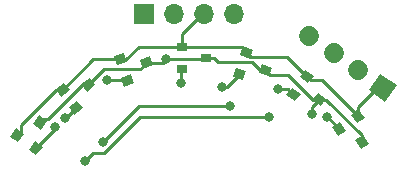
<source format=gbr>
G04 #@! TF.GenerationSoftware,KiCad,Pcbnew,(5.1.5)-3*
G04 #@! TF.CreationDate,2021-01-30T14:55:34-06:00*
G04 #@! TF.ProjectId,HallSensorSMD,48616c6c-5365-46e7-936f-72534d442e6b,rev?*
G04 #@! TF.SameCoordinates,Original*
G04 #@! TF.FileFunction,Copper,L1,Top*
G04 #@! TF.FilePolarity,Positive*
%FSLAX46Y46*%
G04 Gerber Fmt 4.6, Leading zero omitted, Abs format (unit mm)*
G04 Created by KiCad (PCBNEW (5.1.5)-3) date 2021-01-30 14:55:34*
%MOMM*%
%LPD*%
G04 APERTURE LIST*
%ADD10C,1.700000*%
%ADD11C,0.100000*%
%ADD12R,1.700000X1.700000*%
%ADD13O,1.700000X1.700000*%
%ADD14R,0.900000X0.800000*%
%ADD15C,0.800000*%
%ADD16C,0.250000*%
G04 APERTURE END LIST*
D10*
X139758061Y-50129348D02*
X139758061Y-50129348D01*
X141838708Y-51586232D02*
X141838708Y-51586232D01*
X143919354Y-53043116D02*
X143919354Y-53043116D01*
G04 #@! TA.AperFunction,ComponentPad*
D11*
G36*
X145791261Y-53316181D02*
G01*
X147183819Y-54291261D01*
X146208739Y-55683819D01*
X144816181Y-54708739D01*
X145791261Y-53316181D01*
G37*
G04 #@! TD.AperFunction*
D12*
X125818900Y-48250000D03*
D13*
X128358900Y-48250000D03*
X130898900Y-48250000D03*
X133438900Y-48250000D03*
G04 #@! TA.AperFunction,SMDPad,CuDef*
D11*
G36*
X115113280Y-59139903D02*
G01*
X114457959Y-58681042D01*
X114974178Y-57943805D01*
X115629499Y-58402666D01*
X115113280Y-59139903D01*
G37*
G04 #@! TD.AperFunction*
G04 #@! TA.AperFunction,SMDPad,CuDef*
G36*
X116669669Y-60229699D02*
G01*
X116014348Y-59770838D01*
X116530567Y-59033601D01*
X117185888Y-59492462D01*
X116669669Y-60229699D01*
G37*
G04 #@! TD.AperFunction*
G04 #@! TA.AperFunction,SMDPad,CuDef*
G36*
X117038627Y-58046497D02*
G01*
X116383306Y-57587636D01*
X116899525Y-56850399D01*
X117554846Y-57309260D01*
X117038627Y-58046497D01*
G37*
G04 #@! TD.AperFunction*
G04 #@! TA.AperFunction,SMDPad,CuDef*
G36*
X120936351Y-54845690D02*
G01*
X120460492Y-54202605D01*
X121183963Y-53667264D01*
X121659822Y-54310349D01*
X120936351Y-54845690D01*
G37*
G04 #@! TD.AperFunction*
G04 #@! TA.AperFunction,SMDPad,CuDef*
G36*
X119893719Y-56799000D02*
G01*
X119417860Y-56155915D01*
X120141331Y-55620574D01*
X120617190Y-56263659D01*
X119893719Y-56799000D01*
G37*
G04 #@! TD.AperFunction*
G04 #@! TA.AperFunction,SMDPad,CuDef*
G36*
X118763555Y-55271672D02*
G01*
X118287696Y-54628587D01*
X119011167Y-54093246D01*
X119487026Y-54736331D01*
X118763555Y-55271672D01*
G37*
G04 #@! TD.AperFunction*
G04 #@! TA.AperFunction,SMDPad,CuDef*
G36*
X123507908Y-52617293D02*
G01*
X123260695Y-51856448D01*
X124116646Y-51578333D01*
X124363859Y-52339178D01*
X123507908Y-52617293D01*
G37*
G04 #@! TD.AperFunction*
G04 #@! TA.AperFunction,SMDPad,CuDef*
G36*
X124095041Y-54424301D02*
G01*
X123847828Y-53663456D01*
X124703779Y-53385341D01*
X124950992Y-54146186D01*
X124095041Y-54424301D01*
G37*
G04 #@! TD.AperFunction*
G04 #@! TA.AperFunction,SMDPad,CuDef*
G36*
X125703588Y-52902763D02*
G01*
X125456375Y-52141918D01*
X126312326Y-51863803D01*
X126559539Y-52624648D01*
X125703588Y-52902763D01*
G37*
G04 #@! TD.AperFunction*
D14*
X129000000Y-51050000D03*
X129000000Y-52950000D03*
X131000000Y-52000000D03*
G04 #@! TA.AperFunction,SMDPad,CuDef*
D11*
G36*
X135527475Y-53280782D02*
G01*
X135774688Y-52519937D01*
X136630639Y-52798052D01*
X136383426Y-53558897D01*
X135527475Y-53280782D01*
G37*
G04 #@! TD.AperFunction*
G04 #@! TA.AperFunction,SMDPad,CuDef*
G36*
X133331795Y-53566252D02*
G01*
X133579008Y-52805407D01*
X134434959Y-53083522D01*
X134187746Y-53844367D01*
X133331795Y-53566252D01*
G37*
G04 #@! TD.AperFunction*
G04 #@! TA.AperFunction,SMDPad,CuDef*
G36*
X133918928Y-51759244D02*
G01*
X134166141Y-50998399D01*
X135022092Y-51276514D01*
X134774879Y-52037359D01*
X133918928Y-51759244D01*
G37*
G04 #@! TD.AperFunction*
G04 #@! TA.AperFunction,SMDPad,CuDef*
G36*
X140005792Y-55563495D02*
G01*
X140481651Y-54920410D01*
X141205122Y-55455751D01*
X140729263Y-56098836D01*
X140005792Y-55563495D01*
G37*
G04 #@! TD.AperFunction*
G04 #@! TA.AperFunction,SMDPad,CuDef*
G36*
X137832996Y-55137513D02*
G01*
X138308855Y-54494428D01*
X139032326Y-55029769D01*
X138556467Y-55672854D01*
X137832996Y-55137513D01*
G37*
G04 #@! TD.AperFunction*
G04 #@! TA.AperFunction,SMDPad,CuDef*
G36*
X138963160Y-53610185D02*
G01*
X139439019Y-52967100D01*
X140162490Y-53502441D01*
X139686631Y-54145526D01*
X138963160Y-53610185D01*
G37*
G04 #@! TD.AperFunction*
G04 #@! TA.AperFunction,SMDPad,CuDef*
G36*
X143281248Y-56777062D02*
G01*
X143936569Y-56318201D01*
X144452788Y-57055438D01*
X143797467Y-57514299D01*
X143281248Y-56777062D01*
G37*
G04 #@! TD.AperFunction*
G04 #@! TA.AperFunction,SMDPad,CuDef*
G36*
X141724859Y-57866858D02*
G01*
X142380180Y-57407997D01*
X142896399Y-58145234D01*
X142241078Y-58604095D01*
X141724859Y-57866858D01*
G37*
G04 #@! TD.AperFunction*
G04 #@! TA.AperFunction,SMDPad,CuDef*
G36*
X143650206Y-58960264D02*
G01*
X144305527Y-58501403D01*
X144821746Y-59238640D01*
X144166425Y-59697501D01*
X143650206Y-58960264D01*
G37*
G04 #@! TD.AperFunction*
D15*
X127622300Y-52108100D03*
X140004800Y-56730900D03*
X118211600Y-57873900D03*
X119126883Y-57048400D03*
X122605800Y-53886100D03*
X128905000Y-54140100D03*
X132410200Y-54419500D03*
X137121900Y-54597300D03*
X141249400Y-57023000D03*
X133019800Y-56032400D03*
X122281205Y-59141675D03*
X120789700Y-60731400D03*
X136347200Y-57023000D03*
D16*
X140045656Y-55509623D02*
X140605457Y-55509623D01*
X137932572Y-53396539D02*
X140045656Y-55509623D01*
X136436179Y-53396539D02*
X137932572Y-53396539D01*
X136079057Y-53039417D02*
X136436179Y-53396539D01*
X144235976Y-58550104D02*
X144235976Y-59099452D01*
X141195495Y-55509623D02*
X144235976Y-58550104D01*
X140605457Y-55509623D02*
X141195495Y-55509623D01*
X131700000Y-52000000D02*
X131000000Y-52000000D01*
X132062369Y-52362369D02*
X131700000Y-52000000D01*
X135605900Y-53039417D02*
X134928852Y-52362369D01*
X134928852Y-52362369D02*
X132062369Y-52362369D01*
X136079057Y-53039417D02*
X135605900Y-53039417D01*
X121381888Y-53934746D02*
X121060157Y-54256477D01*
X122374331Y-52942303D02*
X121381888Y-53934746D01*
X125448937Y-52942303D02*
X122374331Y-52942303D01*
X126007957Y-52383283D02*
X125448937Y-52942303D01*
X120500356Y-54256477D02*
X121060157Y-54256477D01*
X117631491Y-57125342D02*
X120500356Y-54256477D01*
X117292182Y-57125342D02*
X117631491Y-57125342D01*
X116969076Y-57448448D02*
X117292182Y-57125342D01*
X127347117Y-52383283D02*
X127622300Y-52108100D01*
X126007957Y-52383283D02*
X127347117Y-52383283D01*
X130891900Y-52108100D02*
X131000000Y-52000000D01*
X127622300Y-52108100D02*
X130891900Y-52108100D01*
X140004800Y-56110280D02*
X140605457Y-55509623D01*
X140004800Y-56730900D02*
X140004800Y-56110280D01*
X118211600Y-58020168D02*
X116600118Y-59631650D01*
X118211600Y-57873900D02*
X118211600Y-58020168D01*
X119178912Y-57048400D02*
X119126883Y-57048400D01*
X120017525Y-56209787D02*
X119178912Y-57048400D01*
X124380689Y-53886100D02*
X124399410Y-53904821D01*
X122605800Y-53886100D02*
X124380689Y-53886100D01*
X118327560Y-54682459D02*
X118887361Y-54682459D01*
X115366835Y-57643184D02*
X118327560Y-54682459D01*
X115366835Y-58218748D02*
X115366835Y-57643184D01*
X115043729Y-58541854D02*
X115366835Y-58218748D01*
X121472007Y-52097813D02*
X123812277Y-52097813D01*
X118887361Y-54682459D02*
X121472007Y-52097813D01*
X128300000Y-51050000D02*
X129000000Y-51050000D01*
X125333247Y-51050000D02*
X128300000Y-51050000D01*
X124285434Y-52097813D02*
X125333247Y-51050000D01*
X123812277Y-52097813D02*
X124285434Y-52097813D01*
X134002631Y-51050000D02*
X134470510Y-51517879D01*
X129000000Y-51050000D02*
X134002631Y-51050000D01*
X139241094Y-53234582D02*
X139562825Y-53556313D01*
X137881513Y-51875001D02*
X139241094Y-53234582D01*
X134827632Y-51875001D02*
X137881513Y-51875001D01*
X134470510Y-51517879D02*
X134827632Y-51875001D01*
X139884556Y-53878044D02*
X140828812Y-53878044D01*
X143543912Y-56593144D02*
X143867018Y-56916250D01*
X140828812Y-53878044D02*
X143543912Y-56593144D01*
X139562825Y-53556313D02*
X139884556Y-53878044D01*
X129000000Y-49955700D02*
X129000000Y-51050000D01*
X130898900Y-48056800D02*
X129000000Y-49955700D01*
X143867018Y-56157982D02*
X143867018Y-56916250D01*
X145834100Y-54190900D02*
X143867018Y-56157982D01*
X128905000Y-53045000D02*
X129000000Y-52950000D01*
X128905000Y-54140100D02*
X128905000Y-53045000D01*
X132788764Y-54419500D02*
X133883377Y-53324887D01*
X132410200Y-54419500D02*
X132788764Y-54419500D01*
X137946320Y-54597300D02*
X138432661Y-55083641D01*
X137121900Y-54597300D02*
X137946320Y-54597300D01*
X141327583Y-57023000D02*
X142310629Y-58006046D01*
X141249400Y-57023000D02*
X141327583Y-57023000D01*
X125390480Y-56032400D02*
X122681204Y-58741676D01*
X122681204Y-58741676D02*
X122281205Y-59141675D01*
X133019800Y-56032400D02*
X125390480Y-56032400D01*
X121454837Y-60066263D02*
X122381937Y-60066263D01*
X120789700Y-60731400D02*
X121454837Y-60066263D01*
X122381937Y-60066263D02*
X125425200Y-57023000D01*
X125425200Y-57023000D02*
X136347200Y-57023000D01*
M02*

</source>
